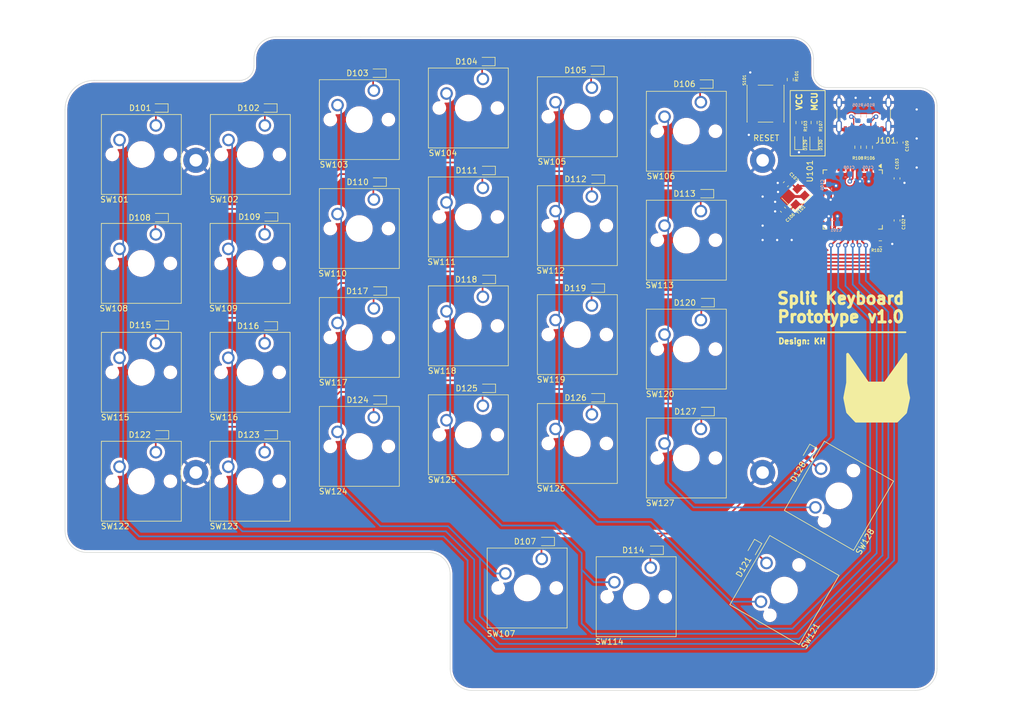
<source format=kicad_pcb>
(kicad_pcb (version 20240108) (generator "pcbnew") (generator_version "8.0")
  (layers (0 "F.Cu" signal) (31 "B.Cu" signal) (34 "B.Paste" user) (35 "F.Paste" user) (36 "B.SilkS" user "B.Silkscreen") (37 "F.SilkS" user "F.Silkscreen") (38 "B.Mask" user) (39 "F.Mask" user) (44 "Edge.Cuts" user))
  (net 0 "")
  (net 1 "GND")
  (net 2 "Net-(U101-XTAL1)")
  (net 3 "Net-(U101-XTAL2)")
  (net 4 "Net-(U101-UCAP)")
  (net 5 "VCC")
  (net 6 "row_0")
  (net 7 "Net-(D101-A)")
  (net 8 "Net-(D102-A)")
  (net 9 "Net-(D103-A)")
  (net 10 "Net-(D104-A)")
  (net 11 "Net-(D105-A)")
  (net 12 "Net-(D106-A)")
  (net 13 "Net-(D107-A)")
  (net 14 "Net-(D108-A)")
  (net 15 "Net-(D109-A)")
  (net 16 "MCU_STATUS")
  (net 17 "row_1")
  (net 18 "Net-(D111-A)")
  (net 19 "Net-(D112-A)")
  (net 20 "Net-(D113-A)")
  (net 21 "Net-(D114-A)")
  (net 22 "Net-(D115-A)")
  (net 23 "Net-(D116-A)")
  (net 24 "Net-(D117-A)")
  (net 25 "row_2")
  (net 26 "Net-(D121-A)")
  (net 27 "Net-(D122-A)")
  (net 28 "Net-(D123-A)")
  (net 29 "Net-(D124-A)")
  (net 30 "Net-(D125-A)")
  (net 31 "Net-(D126-A)")
  (net 32 "Net-(D127-A)")
  (net 33 "row_3")
  (net 34 "Net-(J101-CC2)")
  (net 35 "Net-(J101-D+-PadA6)")
  (net 38 "Net-(J101-D--PadA7)")
  (net 39 "Net-(J101-CC1)")
  (net 40 "Net-(U101-~{RESET})")
  (net 41 "USB_D-")
  (net 42 "USB_D+")
  (net 43 "Net-(U101-~{HWB}{slash}PE2)")
  (net 44 "col_0")
  (net 45 "col_1")
  (net 46 "col_2")
  (net 47 "col_3")
  (net 48 "col_4")
  (net 49 "col_5")
  (net 59 "Net-(D110-A)")
  (net 60 "Net-(D118-A)")
  (net 61 "Net-(D119-A)")
  (net 62 "Net-(D120-A)")
  (net 63 "Net-(D128-A)")
  (net 64 "Net-(D129-A)")
  (net 65 "Net-(D130-A)")
  (net 70 "row_4")
  (footprint "Diode_SMD:D_0603_1608Metric" (layer "F.Cu") (at 99.1615 85.598 180)
    (property "Reference" "D118")
    (property "Value" "D")
  )
  (footprint "MountingHole:MountingHole_2.2mm_M2_Pad_TopBottom" (layer "F.Cu") (at 48.26 64.77)
    (property "Reference" "H105" (hide yes))
    (property "Value" "MountingHole_Pad")
  )
  (footprint "MountingHole:MountingHole_2.2mm_M2_Pad_TopBottom" (layer "F.Cu") (at 147.32 119.38)
    (property "Reference" "H108" (hide yes))
    (property "Value" "MountingHole_Pad")
  )
  (footprint "Button_Switch_Keyboard:SW_Cherry_MX_1.00u_PCB" (layer "F.Cu") (at 136.525 73.66)
    (property "Reference" "SW113")
    (property "Value" "T")
  )
  (footprint "Diode_SMD:D_0603_1608Metric" (layer "F.Cu") (at 118.2115 106.299 180)
    (property "Reference" "D126")
    (property "Value" "D")
  )
  (footprint "Resistor_SMD:R_0603_1608Metric" (layer "F.Cu") (at 167.894 79.375)
    (property "Reference" "R102")
    (property "Value" "10k")
  )
  (footprint "Button_Switch_Keyboard:SW_Cherry_MX_1.00u_PCB" (layer "F.Cu") (at 136.525 54.61)
    (property "Reference" "SW106")
    (property "Value" "5")
  )
  (footprint "Diode_SMD:D_0603_1608Metric" (layer "F.Cu") (at 41.9715 74.803 180)
    (property "Reference" "D108")
    (property "Value" "D")
  )
  (footprint "Button_Switch_Keyboard:SW_Cherry_MX_1.00u_PCB" (layer "F.Cu") (at 117.475 52.07)
    (property "Reference" "SW105")
    (property "Value" "4")
  )
  (footprint "Diode_SMD:D_0603_1608Metric" (layer "F.Cu") (at 42.037 112.776 180)
    (property "Reference" "D122")
    (property "Value" "D")
  )
  (footprint "Diode_SMD:D_0603_1608Metric" (layer "F.Cu") (at 137.3885 89.662 180)
    (property "Reference" "D120")
    (property "Value" "D")
  )
  (footprint "Diode_SMD:D_0603_1608Metric" (layer "F.Cu") (at 118.1315 49.022 180)
    (property "Reference" "D105")
    (property "Value" "D")
  )
  (footprint "Diode_SMD:D_0603_1608Metric" (layer "F.Cu") (at 99.1615 104.648 180)
    (property "Reference" "D125")
    (property "Value" "D")
  )
  (footprint "Button_Switch_Keyboard:SW_Cherry_MX_1.00u_PCB" (layer "F.Cu") (at 117.475 71.12)
    (property "Reference" "SW112")
    (property "Value" "R")
  )
  (footprint "Diode_SMD:D_0603_1608Metric" (layer "F.Cu") (at 137.287 70.612 180)
    (property "Reference" "D113")
    (property "Value" "D")
  )
  (footprint "Diode_SMD:D_0603_1608Metric" (layer "F.Cu") (at 80.1115 87.63 180)
    (property "Reference" "D117")
    (property "Value" "D")
  )
  (footprint "Button_Switch_Keyboard:SW_Cherry_MX_1.00u_PCB" (layer "F.Cu") (at 98.425 50.546)
    (property "Reference" "SW104")
    (property "Value" "3")
  )
  (footprint "Button_Switch_Keyboard:SW_Cherry_MX_1.00u_PCB" (layer "F.Cu") (at 60.29 96.774)
    (property "Reference" "SW116")
    (property "Value" "A")
  )
  (footprint "Button_Switch_Keyboard:SW_Cherry_MX_1.00u_PCB" (layer "F.Cu") (at 148.00059 135.20208 60)
    (property "Reference" "SW121")
    (property "Value" "SPACE")
  )
  (footprint "Diode_SMD:D_0603_1608Metric" (layer "F.Cu") (at 80.0315 49.53 180)
    (property "Reference" "D103")
    (property "Value" "D")
  )
  (footprint "Button_Switch_Keyboard:SW_Cherry_MX_1.00u_PCB" (layer "F.Cu") (at 136.525 92.71)
    (property "Reference" "SW120")
    (property "Value" "G")
  )
  (footprint "Button_Switch_Keyboard:SW_Cherry_MX_1.00u_PCB" (layer "F.Cu") (at 60.325 58.674)
    (property "Reference" "SW102")
    (property "Value" "1")
  )
  (footprint "Crystal:Crystal_SMD_Abracon_ABM8G-4Pin_3.2x2.5mm" (layer "F.Cu") (at 153.248992 71.12 45)
    (property "Reference" "Y101")
    (property "Value" "16 MHz")
  )
  (footprint "Connector_USB:USB_C_Receptacle_GCT_USB4105-xx-A_16P_TopMnt_Horizontal" (layer "F.Cu") (at 164.985 55.7276 180)
    (property "Reference" "J101")
    (property "Value" "USB_C_2.0")
  )
  (footprint "Diode_SMD:D_0603_1608Metric" (layer "F.Cu") (at 61.1085 74.676 180)
    (property "Reference" "D109")
    (property "Value" "D")
  )
  (footprint "Button_Switch_Keyboard:SW_Cherry_MX_1.00u_PCB" (layer "F.Cu") (at 127.762 136.017)
    (property "Reference" "SW114")
    (property "Value" "FN")
  )
  (footprint "Diode_SMD:D_0603_1608Metric" (layer "F.Cu") (at 99.0815 47.498 180)
    (property "Reference" "D104")
    (property "Value" "D")
  )
  (footprint "MountingHole:MountingHole_2.2mm_M2_Pad_TopBottom" (layer "F.Cu") (at 48.26 119.38)
    (property "Reference" "H107" (hide yes))
    (property "Value" "MountingHole_Pad")
  )
  (footprint "MountingHole:MountingHole_2.2mm_M2_Pad_TopBottom" (layer "F.Cu") (at 147.32 64.77)
    (property "Reference" "H106" (hide yes))
    (property "Value" "MountingHole_Pad")
  )
  (footprint "Diode_SMD:D_0603_1608Metric" (layer "F.Cu") (at 118.237 68.072 180)
    (property "Reference" "D112")
    (property "Value" "D")
  )
  (footprint "Button_Switch_Keyboard:SW_Cherry_MX_1.00u_PCB" (layer "F.Cu") (at 41.275 115.824)
    (property "Reference" "SW122")
    (property "Value" "SHIFT")
  )
  (footprint "Button_Switch_Keyboard:SW_Cherry_MX_1.00u_PCB" (layer "F.Cu") (at 41.275 58.674)
    (property "Reference" "SW101")
    (property "Value" "ESC")
  )
  (footprint "Diode_SMD:D_0603_1608Metric" (layer "F.Cu") (at 118.2115 87.122 180)
    (property "Reference" "D119")
    (property "Value" "D")
  )
  (footprint "Button_Switch_Keyboard:SW_Cherry_MX_1.00u_PCB" (layer "F.Cu") (at 79.375 90.678)
    (property "Reference" "SW117")
    (property "Value" "S")
  )
  (footprint "Button_Switch_Keyboard:SW_Cherry_MX_1.00u_PCB" (layer "F.Cu") (at 79.375 71.628)
    (property "Reference" "SW110")
    (property "Value" "W")
  )
  (footprint "LED_SMD:LED_0603_1608Metric" (layer "F.Cu") (at 153.67 61.428 90)
    (property "Reference" "D129")
    (property "Value" "GREEN")
  )
  (footprint "Button_Switch_Keyboard:SW_Cherry_MX_1.00u_PCB" (layer "F.Cu") (at 60.29 115.824)
    (property "Reference" "SW123")
    (property "Value" "Z")
  )
  (footprint "Button_Switch_Keyboard:SW_Cherry_MX_1.00u_PCB" (layer "F.Cu") (at 79.375 52.578)
    (property "Reference" "SW103")
    (property "Value" "2")
  )
  (footprint "Capacitor_SMD:C_0603_1608Metric" (layer "F.Cu") (at 171.3484 61.6712 -90)
    (property "Reference" "C109")
    (property "Value" "0.1uF")
  )
  (footprint "Button_Switch_Keyboard:SW_Cherry_MX_1.00u_PCB" (layer "F.Cu") (at 136.525 111.76)
    (property "Reference" "SW127")
    (property "Value" "B")
  )
  (footprint "Diode_SMD:D_0603_1608Metric" (layer "F.Cu") (at 155.448 116.078 -120)
    (property "Reference" "D128")
    (property "Value" "D")
  )
  (footprint "Resistor_SMD:R_0603_1608Metric" (layer "F.Cu") (at 156.3195 58.166 -90)
    (property "Reference" "R107")
    (property "Value" "1k")
  )
  (footprint "Diode_SMD:D_0603_1608Metric" (layer "F.Cu") (at 137.1815 51.435 180)
    (property "Reference" "D106")
    (property "Value" "D")
  )
  (footprint "Button_Switch_Keyboard:SW_Cherry_MX_1.00u_PCB" (layer "F.Cu") (at 60.29 77.724)
    (property "Reference" "SW109")
    (property "Value" "Q")
  )
  (footprint "Button_Switch_Keyboard:SW_Cherry_MX_1.00u_PCB" (layer "F.Cu") (at 41.275 96.774)
    (property "Reference" "SW115")
    (property "Value" "CTRL")
  )
  (footprint "Capacitor_SMD:C_0603_1608Metric" (layer "F.Cu") (at 151.384 68.961 -135)
    (property "Reference" "C107")
    (property "Value" "22pF")
  )
  (footprint "Button_Switch_SMD:SW_Push_1P1T_NO_6x6mm_H9.5mm" (layer "F.Cu") (at 147.828 54.864 90)
    (property "Reference" "S101")
    (property "Value" "reset_sw")
  )
  (footprint "Diode_SMD:D_0603_1608Metric" (layer "F.Cu") (at 145.796 132.715 -120)
    (property "Reference" "D121")
    (property "Value" "D")
  )
  (footprint "Button_Switch_Keyboard:SW_Cherry_MX_1.00u_PCB" (layer "F.Cu") (at 108.712 134.493)
    (property "Reference" "SW107")
    (property "Value" "WIN")
  )
  (footprint "Diode_SMD:D_0603_1608Metric" (layer "F.Cu") (at 128.484 132.969 180)
    (property "Reference" "D114")
    (property "Value" "D")
  )
  (footprint "Diode_SMD:D_0603_1608Metric" (layer "F.Cu") (at 80.0715 68.58 180)
    (property "Reference" "D110")
    (property "Value" "D")
  )
  (footprint "Resistor_SMD:R_0603_1608Metric" (layer "F.Cu") (at 165.989 62.484 -90)
    (property "Reference" "R106")
    (property "Value" "22")
  )
  (footprint "Diode_SMD:D_0603_1608Metric" (layer "F.Cu") (at 60.9815 55.626 180)
    (property "Reference" "D102")
    (property "Value" "D")
  )
  (footprint "Diode_SMD:D_0603_1608Metric" (layer "F.Cu") (at 109.454 131.445 180)
    (property "Reference" "D107")
    (property "Value" "D")
  )
  (footprint "Diode_SMD:D_0603_1608Metric" (layer "F.Cu") (at 41.9315 55.626 180)
    (property "Reference" "D101")
    (property "Value" "D")
  )
  (footprint "Button_Switch_Keyboard:SW_Cherry_MX_1.00u_PCB" (layer "F.Cu") (at 98.425 107.696)
    (property "Reference" "SW125")
    (property "Value" "C")
  )
  (footprint "Diode_SMD:D_0603_1608Metric" (layer "F.Cu") (at 99.1215 66.548 180)
    (property "Reference" "D111")
    (property "Value" "D")
  )
  (footprint "Button_Switch_Keyboard:SW_Cherry_MX_1.00u_PCB" (layer "F.Cu") (at 98.425 88.646)
    (property "Reference" "SW118")
    (property "Value" "D")
  )
  (footprint "Diode_SMD:D_0603_1608Metric" (layer "F.Cu") (at 137.3885 108.712 180)
    (property "Reference" "D127")
    (property "Value" "D")
  )
  (footprint "Resistor_SMD:R_0603_1608Metric" (layer "F.Cu") (at 152.146 50.6476 90)
    (property "Reference" "R101")
    (property "Value" "10k")
  )
  (footprint "Package_QFP:TQFP-44_10x10mm_P0.8mm" (layer "F.Cu") (at 163.068 71.628 -90)
    (property "Reference" "U101")
    (property "Value" "ATmega32U4")
  )
  (footprint "Button_Switch_Keyboard:SW_Cherry_MX_1.00u_PCB" (layer "F.Cu") (at 79.375 109.728)
    (property "Reference" "SW124")
    (property "Value" "X")
  )
  (footprint "Button_Switch_Keyboard:SW_Cherry_MX_1.00u_PCB" (layer "F.Cu") (at 98.425 69.596)
    (property "Reference" "SW111")
    (property "Value" "E")
  )
  (footprint "Capacitor_SMD:C_0603_1608Metric" (layer "F.Cu") (at 170.815 67.945 -90)
    (property "Reference" "C103")
    (property "Value" "0.1uF")
  )
  (footprint "LED_SMD:LED_0603_1608Metric" (layer "F.Cu") (at 156.3195 61.468 90)
    (property "Reference" "D130")
    (property "Value" "GREEN")
  )
  (footprint "Button_Switch_Keyboard:SW_Cherry_MX_1.00u_PCB" (layer "F.Cu") (at 41.275 77.724)
    (property "Reference" "SW108")
    (property "Value" "TAB")
  )
  (footprint "Diode_SMD:D_0603_1608Metric" (layer "F.Cu") (at 80.1115 106.68 180)
    (property "Reference" "D124")
    (property "Value" "D")
  )
  (footprint "Button_Switch_Keyboard:SW_Cherry_MX_1.00u_PCB" (layer "F.Cu") (at 157.525591 118.704295 60)
    (property "Reference" "SW128")
    (property "Value" "ENTER")
  )
  (footprint "Capacitor_SMD:C_0603_1608Metric" (layer "F.Cu") (at 170.815 75.295 90)
    (property "Reference" "C102")
    (property "Value" "0.1uF")
  )
  (footprint "Resistor_SMD:R_0603_1608Metric" (layer "F.Cu") (at 153.67 58.166 -90)
    (property "Reference" "R103")
    (property "Value" "1k")
  )
  (footprint "Button_Switch_Keyboard:SW_Cherry_MX_1.00u_PCB" (layer "F.Cu") (at 117.475 90.17)
    (property "Reference" "SW119")
    (property "Value" "F")
  )
  (footprint "Diode_SMD:D_0603_1608Metric" (layer "F.Cu") (at 42.0115 93.599 180)
    (property "Reference" "D115")
    (property "Value" "D")
  )
  (footprint "Diode_SMD:D_0603_1608Metric" (layer "F.Cu") (at 61.0615 93.726 180)
    (property "Reference" "D116")
    (property "Value" "D")
  )
  (footprint "Diode_SMD:D_0603_1608Metric" (layer "F.Cu") (at 61.0615 112.776 180)
    (property "Reference" "D123")
    (property "Value" "D")
  )
  (footprint "Button_Switch_Keyboard:SW_Cherry_MX_1.00u_PCB" (layer "F.Cu") (at 117.475 109.22)
    (property "Reference" "SW126")
    (property "Value" "V")
  )
  (footprint "Capacitor_SMD:C_0603_1608Metric" (layer "F.Cu") (at 150.876 73.406 135)
    (property "Reference" "C106")
    (property "Value" "22pF")
  )
  (footprint "Resistor_SMD:R_0603_1608Metric" (layer "F.Cu") (at 163.957 62.484 -90)
    (property "Reference" "R108")
    (property "Value" "22")
  )
  (footprint "Resistor_SMD:R_0603_1608Metric" (layer "B.Cu") (at 165.989 57.023 90)
    (property "Reference" "R104")
    (property "Value" "5.1k")
  )
  (footprint "Capacitor_SMD:C_0603_1608Metric" (layer "B.Cu") (at 159.639 75.819 180)
    (property "Reference" "C101")
    (property "Value" "0.1uF")
  )
  (footprint "Capacitor_SMD:C_0603_1608Metric" (layer "B.Cu") (at 165.1 67.183 180)
    (property "Reference" "C105")
    (property "Value" "4.7uF")
  )
  (footprint "Capacitor_SMD:C_0603_1608Metric" (layer "B.Cu") (at 158.877 69.736 -90)
    (property "Reference" "C104")
    (property "Value" "0.1uF")
  )
  (footprint "Resistor_SMD:R_0603_1608Metric" (layer "B.Cu") (at 163.957 57.023 90)
    (property "Reference" "R105")
    (property "Value" "5.1k")
  )
  (footprint "Capacitor_SMD:C_0603_1608Metric" (layer "B.Cu") (at 161.798 67.183 180)
    (property "Reference" "C108")
    (property "Value" "1uF")
  )
  (gr_poly (pts (xy 165.6842 103.7336) (xy 162.179 98.7044) (xy 162.179 103.6828) (xy 161.671 106.3244) (xy 162.179 108.8136) (xy 163.6522 110.3884) (xy 170.7642 110.3884) (xy 172.2882 108.8644) (xy 172.847 106.3244) (xy 172.339 103.7844) (xy 172.339 98.7044) (xy 168.7322 103.7336)) (stroke (width 0.5)) (fill solid) (layer "F.SilkS"))
  (gr_rect (start 152.146 52.578) (end 158.242 64.008) (stroke (width 0.15)) (fill none) (layer "F.SilkS"))
  (gr_line (start 149.8092 94.8436) (end 172.2882 94.8436) (stroke (width 0.3)) (layer "F.SilkS"))
  (gr_line (start 177.8 153.67) (end 177.8 55.245) (stroke (width 0.1)) (layer "Edge.Cuts"))
  (gr_line (start 96.52 157.48) (end 173.99 157.48) (stroke (width 0.1)) (layer "Edge.Cuts"))
  (gr_arc (start 158.75 52.07) (mid 156.953949 51.326051) (end 156.21 49.53) (stroke (width 0.1)) (layer "Edge.Cuts"))
  (gr_arc (start 29.21 133.35) (mid 26.515923 132.234077) (end 25.4 129.54) (stroke (width 0.1)) (layer "Edge.Cuts"))
  (gr_line (start 62.23 43.18) (end 77.089 43.18) (stroke (width 0.1)) (layer "Edge.Cuts"))
  (gr_line (start 156.21 49.53) (end 156.21 46.99) (stroke (width 0.1)) (layer "Edge.Cuts"))
  (gr_arc (start 58.42 46.99) (mid 59.535923 44.295923) (end 62.23 43.18) (stroke (width 0.1)) (layer "Edge.Cuts"))
  (gr_arc (start 88.9 133.35) (mid 91.594077 134.465923) (end 92.71 137.16) (stroke (width 0.1)) (layer "Edge.Cuts"))
  (gr_line (start 92.71 137.16) (end 92.71 151.13) (stroke (width 0.1)) (layer "Edge.Cuts"))
  (gr_line (start 158.75 52.07) (end 174.625 52.07) (stroke (width 0.1)) (layer "Edge.Cuts"))
  (gr_line (start 77.089 43.18) (end 137.287 43.18) (stroke (width 0.1)) (layer "Edge.Cuts"))
  (gr_arc (start 58.42 48.26) (mid 57.676051 50.056051) (end 55.88 50.8) (stroke (width 0.1)) (layer "Edge.Cuts"))
  (gr_line (start 92.71 151.13) (end 92.71 153.67) (stroke (width 0.1)) (layer "Edge.Cuts"))
  (gr_arc (start 177.8 153.67) (mid 176.684077 156.364077) (end 173.99 157.48) (stroke (width 0.1)) (layer "Edge.Cuts"))
  (gr_arc (start 152.4 43.18) (mid 155.094077 44.295923) (end 156.21 46.99) (stroke (width 0.1)) (layer "Edge.Cuts"))
  (gr_arc (start 174.625 52.07) (mid 176.870064 52.999936) (end 177.8 55.245) (stroke (width 0.1)) (layer "Edge.Cuts"))
  (gr_line (start 29.21 133.35) (end 88.9 133.35) (stroke (width 0.1)) (layer "Edge.Cuts"))
  (gr_line (start 58.42 46.99) (end 58.42 48.26) (stroke (width 0.1)) (layer "Edge.Cuts"))
  (gr_line (start 25.4 55.88) (end 25.4 129.54) (stroke (width 0.1)) (layer "Edge.Cuts"))
  (gr_line (start 137.287 43.18) (end 152.4 43.18) (stroke (width 0.1)) (layer "Edge.Cuts"))
  (gr_line (start 55.88 50.8) (end 30.48 50.8) (stroke (width 0.1)) (layer "Edge.Cuts"))
  (gr_arc (start 96.52 157.48) (mid 93.825923 156.364077) (end 92.71 153.67) (stroke (width 0.1)) (layer "Edge.Cuts"))
  (gr_arc (start 25.4 55.88) (mid 26.887898 52.287898) (end 30.48 50.8) (stroke (width 0.1)) (layer "Edge.Cuts"))
  (gr_text "VCC" (at 154.305 56.134 90) (layer "F.SilkS") (effects (font (size 1 1) (thickness 0.3) (bold yes)) (justify left bottom)))
  (gr_text "Design: KH" (at 149.9362 97.0026 0) (layer "F.SilkS") (effects (font (size 1 1) (thickness 0.25) (bold yes)) (justify left bottom)))
  (gr_text "MCU" (at 156.972 56.261 90) (layer "F.SilkS") (effects (font (size 1 1) (thickness 0.3) (bold yes)) (justify left bottom)))
  (gr_text "Split Keyboard\nPrototype v1.0" (at 160.9852 93.3196 0) (layer "F.SilkS") (effects (font (size 2 2) (thickness 0.5) (bold yes)) (justify bottom)))
  (gr_text "RESET" (at 147.955 61.468 0) (layer "F.SilkS") (effects (font (size 1 1)) (justify bottom)))
  (segment (start 150.327992 72.857992) (end 150.327992 72.838919) (width 0.5) (layer "F.Cu") (net 1))
  (segment (start 154.460692 71.110381) (end 152.05653 71.110381) (width 0.5) (layer "F.Cu") (net 1))
  (segment (start 171.831 74.549) (end 170.844 74.549) (width 0.5) (layer "F.Cu") (net 1))
  (segment (start 168.73 59.4076) (end 169.305 58.8326) (width 0.5) (layer "F.Cu") (net 1))
  (segment (start 163.868 67.983) (end 164.338 68.453) (width 0.5) (layer "F.Cu") (net 1))
  (segment (start 150.835992 69.509008) (end 150.835992 70.262635) (width 0.5) (layer "F.Cu") (net 1))
  (segment (start 150.327992 72.838919) (end 151.870134 71.296777) (width 0.5) (layer "F.Cu") (net 1))
  (segment (start 163.868 65.928) (end 163.868 67.983) (width 0.5) (layer "F.Cu") (net 1))
  (segment (start 161.785 59.4076) (end 161.24 59.4076) (width 0.5) (layer "F.Cu") (net 1))
  (segment (start 144.907 59.51) (end 145.578 58.839) (width 0.5) (layer "F.Cu") (net 1))
  (segment (start 144.907 60.325) (end 144.907 59.51) (width 0.5) (layer "F.Cu") (net 1))
  (segment (start 168.185 59.4076) (end 168.73 59.4076) (width 0.5) (layer "F.Cu") (net 1))
  (segment (start 145.161 50.472) (end 145.578 50.889) (width 0.5) (layer "F.Cu") (net 1))
  (segment (start 159.068 77.328) (end 159.068 74.74) (width 0.5) (layer "F.Cu") (net 1))
  (segment (start 161.24 59.4076) (end 160.665 58.8326) (width 0.5) (layer "F.Cu") (net 1))
  (segment (start 169.9514 79.375) (end 169.9768 79.4004) (width 0.5) (layer "F.Cu") (net 1))
  (segment (start 168.768 74.828) (end 170.507 74.828) (width 0.5) (layer "F.Cu") (net 1))
  (segment (start 159.2072 71.6788) (end 159.2072 70.7422) (width 0.5) (layer "F.Cu") (net 1))
  (segment (start 170.507 74.828) (end 170.815 74.52) (width 0.5) (layer "F.Cu") (net 1))
  (segment (start 159.068 74.74) (end 158.877 74.549) (width 0.5) (layer "F.Cu") (net 1))
  (segment (start 152.05653 71.110381) (end 151.870134 71.296777) (width 0.5) (layer "F.Cu") (net 1))
  (segment (start 170.844 74.549) (end 170.815 74.52) (width 0.5) (layer "F.Cu") (net 1))
  (segment (start 150.835992 70.262635) (end 151.870134 71.296777) (width 0.5) (layer "F.Cu") (net 1))
  (segment (start 170.523 68.428) (end 170.815 68.72) (width 0.5) (layer "F.Cu") (net 1))
  (segment (start 168.768 68.428) (end 170.523 68.428) (width 0.5) (layer "F.Cu") (net 1))
  (segment (start 159.2072 70.7422) (end 158.493 70.028) (width 0.5) (layer "F.Cu") (net 1))
  (segment (start 154.62785 70.943223) (end 154.460692 71.110381) (width 0.5) (layer "F.Cu") (net 1))
  (segment (start 158.493 70.028) (end 157.368 70.028) (width 0.5) (layer "F.Cu") (net 1))
  (segment (start 153.67 63.373) (end 153.67 62.2155) (width 0.5) (layer "F.Cu") (net 1))
  (segment (start 172.1104 68.72) (end 170.815 68.72) (width 0.5) (layer "F.Cu") (net 1))
  (segment (start 168.719 79.375) (end 169.9514 79.375) (width 0.5) (layer "F.Cu") (net 1))
  (segment (start 145.161 49.403) (end 145.161 50.472) (width 0.5) (layer "F.Cu") (net 1))
  (via (at 149.5044 72.0344) (size 0.8) (drill 0.4) (layers "F.Cu" "B.Cu") (net 1))
  (via (at 169.9768 79.4004) (size 0.8) (drill 0.4) (layers "F.Cu" "B.Cu") (net 1))
  (via (at 159.2072 71.6788) (size 0.8) (drill 0.4) (layers "F.Cu" "B.Cu") (net 1))
  (via (at 166.116 53.848) (size 0.8) (drill 0.4) (layers "F.Cu" "B.Cu") (net 1))
  (via (at 152.4 78.7146) (size 0.8) (drill 0.4) (layers "F.Cu" "B.Cu") (net 1))
  (via (at 158.877 74.549) (size 0.8) (drill 0.4) (layers "F.Cu" "B.Cu") (net 1))
  (via (at 174.244 60.96) (size 0.8) (drill 0.4) (layers "F.Cu" "B.Cu") (net 1))
  (via (at 149.9616 68.7324) (size 0.8) (drill 0.4) (layers "F.Cu" "B.Cu") (net 1))
  (via (at 174.244 55.88) (size 0.8) (drill 0.4) (layers "F.Cu" "B.Cu") (net 1))
  (via (at 144.907 60.325) (size 0.8) (drill 0.4) (layers "F.Cu" "B.Cu") (net 1))
  (via (at 145.161 49.403) (size 0.8) (drill 0.4) (layers "F.Cu" "B.Cu") (net 1))
  (via (at 153.67 63.373) (size 0.8) (drill 0.4) (layers "F.Cu" "B.Cu") (net 1))
  (via (at 150.0124 70.3072) (size 0.8) (drill 0.4) (layers "F.Cu" "B.Cu") (net 1))
  (via (at 174.244 66.04) (size 0.8) (drill 0.4) (layers "F.Cu" "B.Cu") (net 1))
  (via (at 163.576 53.848) (size 0.8) (drill 0.4) (layers "F.Cu" "B.Cu") (net 1))
  (via (at 171.831 74.549) (size 0.8) (drill 0.4) (layers "F.Cu" "B.Cu") (net 1))
  (via (at 147.32 78.7146) (size 0.8) (drill 0.4) (layers "F.Cu" "B.Cu") (net 1))
  (via (at 164.338 68.453) (size 0.8) (drill 0.4) (layers "F.Cu" "B.Cu") (net 1))
  (via (at 147.32 71.12) (size 0.8) (drill 0.4) (layers "F.Cu" "B.Cu") (net 1))
  (via (at 149.86 78.7146) (size 0.8) (drill 0.4) (layers "F.Cu" "B.Cu") (net 1))
  (via (at 149.5044 73.7108) (size 0.8) (drill 0.4) (layers "F.Cu" "B.Cu") (net 1))
  (via (at 147.32 76.2) (size 0.8) (drill 0.4) (layers "F.Cu" "B.Cu") (net 1))
  (via (at 172.1104 68.72) (size 0.8) (drill 0.4) (layers "F.Cu" "B.Cu") (net 1))
  (segment (start 158.877 74.549) (end 158.877 75.806) (width 0.5) (layer "B.Cu") (net 1))
  (segment (start 158.877 75.806) (end 158.864 75.819) (width 0.5) (layer "B.Cu") (net 1))
  (segment (start 164.338 67.196) (end 164.325 67.183) (width 0.5) (layer "B.Cu") (net 1))
  (segment (start 158.877 71.3486) (end 158.877 70.511) (width 0.5) (layer "B.Cu") (net 1))
  (segment (start 164.338 68.453) (end 164.338 67.196) (width 0.5) (layer "B.Cu") (net 1))
  (segment (start 159.2072 71.6788) (end 158.877 71.3486) (width 0.5) (layer "B.Cu") (net 1))
  (segment (start 155.572142 72.498858) (end 156.443 71.628) (width 0.3) (layer "F.Cu") (net 2))
  (segment (start 153.072215 72.498858) (end 155.572142 72.498858) (width 0.3) (layer "F.Cu") (net 2))
  (segment (start 151.424008 73.954008) (end 151.617065 73.954008) (width 0.3) (layer "F.Cu") (net 2))
  (segment (start 156.443 71.628) (end 157.368 71.628) (width 0.3) (layer "F.Cu") (net 2))
  (segment (start 151.617065 73.954008) (end 153.072215 72.498858) (width 0.3) (layer "F.Cu") (net 2))
  (segment (start 153.920744 69.246167) (end 154.844167 69.246167) (width 0.3) (layer "F.Cu") (net 3))
  (segment (start 154.844167 69.246167) (end 156.426 70.828) (width 0.3) (layer "F.Cu") (net 3))
  (segment (start 153.260158 69.741142) (end 151.932008 68.412992) (width 0.3) (layer "F.Cu") (net 3))
  (segment (start 153.425769 69.741142) (end 153.920744 69.246167) (width 0.3) (layer "F.Cu") (net 3))
  (segment (start 156.426 70.828) (end 157.368 70.828) (width 0.3) (layer "F.Cu") (net 3))
  (segment (start 153.425769 69.741142) (end 153.260158 69.741142) (width 0.3) (layer "F.Cu") (net 3))
  (segment (start 163.068 65.928) (end 163.068 67.945) (width 0.3) (layer "F.Cu") (net 4))
  (segment (start 163.068 67.945) (end 162.56 68.453) (width 0.3) (layer "F.Cu") (net 4))
  (via (at 162.56 68.453) (size 0.8) (drill 0.4) (layers "F.Cu" "B.Cu") (net 4))
  (segment (start 162.56 68.453) (end 162.56 67.196) (width 0.3) (layer "B.Cu") (net 4))
  (segment (start 162.56 67.196) (end 162.573 67.183) (width 0.3) (layer "B.Cu") (net 4))
  (segment (start 159.868 75.082) (end 159.868 77.328) (width 0.5) (layer "F.Cu") (net 5))
  (segment (start 160.134 69.228) (end 160.147 69.215) (width 0.5) (layer "F.Cu") (net 5))
  (segment (start 168.768 75.628) (end 170.373 75.628) (width 0.5) (layer "F.Cu") (net 5))
  (segment (start 152.146 55.5752) (end 152.146 51.4726) (width 0.5) (layer "F.Cu") (net 5))
  (segment (start 168.768 67.628) (end 170.357 67.628) (width 0.5) (layer "F.Cu") (net 5))
  (segment (start 153.67 57.0992) (end 152.146 55.5752) (width 0.5) (layer "F.Cu") (net 5))
  (segment (start 157.5816 64.262) (end 157.5308 64.3128) (width 0.5) (layer "F.Cu") (net 5))
  (segment (start 157.368 69.228) (end 160.134 69.228) (width 0.5) (layer "F.Cu") (net 5))
  (segment (start 156.3195 57.341) (end 157.5816 58.6031) (width 0.5) (layer "F.Cu") (net 5))
  (segment (start 166.268 68.047) (end 166.268 65.928) (width 0.5) (layer "F.Cu") (net 5))
  (segment (start 170.373 75.628) (end 170.815 76.07) (width 0.5) (layer "F.Cu") (net 5))
  (segment (start 170.357 67.628) (end 170.815 67.17) (width 0.5) (layer "F.Cu") (net 5))
  (segment (start 160.401 74.549) (end 159.868 75.082) (width 0.5) (layer "F.Cu") (net 5))
  (segment (start 165.862 68.453) (end 166.268 68.047) (width 0.5) (layer "F.Cu") (net 5))
  (segment (start 153.67 57.341) (end 153.67 57.0992) (width 0.5) (layer "F.Cu") (net 5))
  (segment (start 153.67 57.341) (end 156.3195 57.341) (width 0.5) (layer "F.Cu") (net 5))
  (segment (start 157.5816 58.6031) (end 157.5816 64.262) (width 0.5) (layer "F.Cu") (net 5))
  (via (at 160.147 69.215) (size 0.8) (drill 0.4) (layers "F.Cu" "B.Cu") (net 5))
  (via (at 165.862 68.453) (size 0.8) (drill 0.4) (layers "F.Cu" "B.Cu") (net 5))
  (via (at 160.401 74.549) (size 0.8) (drill 0.4) (layers "F.Cu" "B.Cu") (net 5))
  (segment (start 165.862 67.196) (end 165.875 67.183) (width 0.5) (layer "B.Cu") (net 5))
  (segment (start 159.893 68.961) (end 160.147 69.215) (width 0.5) (layer "B.Cu") (net 5))
  (segment (start 158.877 68.961) (end 159.893 68.961) (width 0.5) (layer "B.Cu") (net 5))
  (segment (start 165.862 68.453) (end 165.862 67.196) (width 0.5) (layer "B.Cu") (net 5))
  (segment (start 160.401 74.549) (end 160.401 75.806) (width 0.5) (layer "B.Cu") (net 5))
  (segment (start 160.401 75.806) (end 160.414 75.819) (width 0.5) (layer "B.Cu") (net 5))
  (segment (start 139.7 50.165) (end 143.51 53.975) (width 0.3) (layer "F.Cu") (net 6))
  (segment (start 86.36 46.101) (end 100.457 46.101) (width 0.3) (layer "F.Cu") (net 6))
  (segment (start 67.31 54.229) (end 73.406 48.133) (width 0.3) (layer "F.Cu") (net 6))
  (segment (start 172.72 78.613) (end 172.72 74.168) (width 0.3) (layer "F.Cu") (net 6))
  (segment (start 80.819 49.53) (end 80.819 48.721) (width 0.3) (layer "F.Cu") (net 6))
  (segment (start 146.558 81.28) (end 170.053 81.28) (width 0.3) (layer "F.Cu") (net 6))
  (segment (start 61.769 55.626) (end 61.769 54.817) (width 0.3) (layer "F.Cu") (net 6))
  (segment (start 143.51 53.975) (end 143.51 78.232) (width 0.3) (layer "F.Cu") (net 6))
  (segment (start 42.719 54.69) (end 42.719 55.626) (width 0.3) (layer "F.Cu") (net 6))
  (segment (start 118.919 48.213) (end 119.507 47.625) (width 0.3) (layer "F.Cu") (net 6))
  (segment (start 170.053 81.28) (end 172.72 78.613) (width 0.3) (layer "F.Cu") (net 6))
  (segment (start 171.78 73.228) (end 168.768 73.228) (width 0.3) (layer "F.Cu") (net 6))
  (segment (start 143.51 78.232) (end 146.558 81.28) (width 0.3) (layer "F.Cu") (net 6))
  (segment (start 73.406 48.133) (end 81.407 48.133) (width 0.3) (layer "F.Cu") (net 6))
  (segment (start 103.886 46.101) (end 105.41 47.625) (width 0.3) (layer "F.Cu") (net 6))
  (segment (start 137.287 50.165) (end 139.7 50.165) (width 0.3) (layer "F.Cu") (net 6))
  (segment (start 43.18 54.229) (end 42.719 54.69) (width 0.3) (layer "F.Cu") (net 6))
  (segment (start 172.72 74.168) (end 171.78 73.228) (width 0.3) (layer "F.Cu") (net 6))
  (segment (start 124.46 50.165) (end 137.287 50.165) (width 0.3) (layer "F.Cu") (net 6))
  (segment (start 105.41 47.625) (end 119.507 47.625) (width 0.3) (layer "F.Cu") (net 6))
  (segment (start 81.407 48.133) (end 84.328 48.133) (width 0.3) (layer "F.Cu") (net 6))
  (segment (start 62.357 54.229) (end 43.18 54.229) (width 0.3) (layer "F.Cu") (net 6))
  (segment (start 100.457 46.101) (end 103.886 46.101) (width 0.3) (layer "F.Cu") (net 6))
  (segment (start 137.287 50.165) (end 137.969 50.847) (width 0.3) (layer "F.Cu") (net 6))
  (segment (start 121.92 47.625) (end 124.46 50.165) (width 0.3) (layer "F.Cu") (net 6))
  (segment (start 62.357 54.229) (end 67.31 54.229) (width 0.3) (layer "F.Cu") (net 6))
  (segment (start 80.819 48.721) (end 81.407 48.133) (width 0.3) (layer "F.Cu") (net 6))
  (segment (start 119.507 47.625) (end 121.92 47.625) (width 0.3) (layer "F.Cu") (net 6))
  (segment (start 137.969 50.847) (end 137.969 51.435) (width 0.3) (layer "F.Cu") (net 6))
  (segment (start 118.919 49.022) (end 118.919 48.213) (width 0.3) (layer "F.Cu") (net 6))
  (segment (start 61.769 54.817) (end 62.357 54.229) (width 0.3) (layer "F.Cu") (net 6))
  (segment (start 99.869 46.689) (end 100.457 46.101) (width 0.3) (layer "F.Cu") (net 6))
  (segment (start 84.328 48.133) (end 86.36 46.101) (width 0.3) (layer "F.Cu") (net 6))
  (segment (start 99.869 47.498) (end 99.869 46.689) (width 0.3) (layer "F.Cu") (net 6))
  (segment (start 41.275 58.674) (end 41.275 55.757) (width 0.3) (layer "F.Cu") (net 7))
  (segment (start 41.275 55.757) (end 41.144 55.626) (width 0.3) (layer "F.Cu") (net 7))
  (segment (start 60.325 58.674) (end 60.325 55.757) (width 0.3) (layer "F.Cu") (net 8))
  (segment (start 60.325 55.757) (end 60.194 55.626) (width 0.3) (layer "F.Cu") (net 8))
  (segment (start 79.244 52.447) (end 79.375 52.578) (width 0.3) (layer "F.Cu") (net 9))
  (segment (start 79.244 49.53) (end 79.244 52.447) (width 0.3) (layer "F.Cu") (net 9))
  (segment (start 98.294 50.415) (end 98.425 50.546) (width 0.3) (layer "F.Cu") (net 10))
  (segment (start 98.294 47.498) (end 98.294 50.415) (width 0.3) (layer "F.Cu") (net 10))
  (segment (start 117.344 51.939) (end 117.475 52.07) (width 0.3) (layer "F.Cu") (net 11))
  (segment (start 117.344 49.022) (end 117.344 51.939) (width 0.3) (layer "F.Cu") (net 11))
  (segment (start 136.394 54.479) (end 136.525 54.61) (width 0.3) (layer "F.Cu") (net 12))
  (segment (start 136.394 51.435) (end 136.394 54.479) (width 0.3) (layer "F.Cu") (net 12))
  (segment (start 108.6665 131.445) (end 108.6665 134.4475) (width 0.3) (layer "F.Cu") (net 13))
  (segment (start 108.6665 134.4475) (end 108.712 134.493) (width 0.3) (layer "F.Cu") (net 13))
  (segment (start 41.184 74.803) (end 41.184 77.633) (width 0.3) (layer "F.Cu") (net 14))
  (segment (start 41.184 77.633) (end 41.275 77.724) (width 0.3) (layer "F.Cu") (net 14))
  (segment (start 60.321 77.693) (end 60.29 77.724) (width 0.3) (layer "F.Cu") (net 15))
  (segment (start 60.321 74.676) (end 60.321 77.693) (width 0.3) (layer "F.Cu") (net 15))
  (segment (start 156.3116 62.2634) (end 156.3195 62.2555) (width 0.3) (layer "F.Cu") (net 16))
  (segment (start 157.368 67.628) (end 156.3116 66.5716) (width 0.3) (layer "F.Cu") (net 16))
  (segment (start 156.3116 66.5716) (end 156.3116 62.2634) (width 0.3) (layer "F.Cu") (net 16))
  (segment (start 61.896 73.867) (end 62.484 73.279) (width 0.3) (layer "F.Cu") (net 17))
  (segment (start 42.759 74.803) (end 42.759 73.954) (width 0.3) (layer "F.Cu") (net 17))
  (segment (start 142.875 78.486) (end 146.304 81.915) (width 0.3) (layer "F.Cu") (net 17))
  (segment (start 119.0245 68.072) (end 119.0245 67.2845) (width 0.3) (layer "F.Cu") (net 17))
  (segment (start 105.537 66.675) (end 119.634 66.675) (width 0.3) (layer "F.Cu") (net 17))
  (segment (start 61.896 74.676) (end 61.896 73.867) (width 0.3) (layer "F.Cu") (net 17))
  (segment (start 173.355 73.787) (end 171.996 72.428) (width 0.3) (layer "F.Cu") (net 17))
  (segment (start 81.407 67.183) (end 84.328 67.183) (width 0.3) (layer "F.Cu") (net 17))
  (segment (start 142.875 71.755) (end 142.875 78.486) (width 0.3) (layer "F.Cu") (net 17))
  (segment (start 73.406 67.183) (end 81.407 67.183) (width 0.3) (layer "F.Cu") (net 17))
  (segment (start 43.434 73.279) (end 62.484 73.279) (width 0.3) (layer "F.Cu") (net 17))
  (segment (start 100.457 65.151) (end 104.013 65.151) (width 0.3) (layer "F.Cu") (net 17))
  (segment (start 138.0745 69.6975) (end 138.557 69.215) (width 0.3) (layer "F.Cu") (net 17))
  (segment (start 146.304 81.915) (end 170.307 81.915) (width 0.3) (layer "F.Cu") (net 17))
  (segment (start 170.307 81.915) (end 173.355 78.867) (width 0.3) (layer "F.Cu") (net 17))
  (segment (start 119.0245 67.2845) (end 119.634 66.675) (width 0.3) (layer "F.Cu") (net 17))
  (segment (start 84.328 67.183) (end 86.36 65.151) (width 0.3) (layer "F.Cu") (net 17))
  (segment (start 67.31 73.279) (end 73.406 67.183) (width 0.3) (layer "F.Cu") (net 17))
  (segment (start 99.909 65.699) (end 100.457 65.151) (width 0.3) (layer "F.Cu") (net 17))
  (segment (start 99.909 66.548) (end 99.909 65.699) (width 0.3) (layer "F.Cu") (net 17))
  (segment (start 86.36 65.151) (end 100.457 65.151) (width 0.3) (layer "F.Cu") (net 17))
  (segment (start 42.759 73.954) (end 43.434 73.279) (width 0.3) (layer "F.Cu") (net 17))
  (segment (start 138.557 69.215) (end 140.335 69.215) (width 0.3) (layer "F.Cu") (net 17))
  (segment (start 104.013 65.151) (end 105.537 66.675) (width 0.3) (layer "F.Cu") (net 17))
  (segment (start 171.996 72.428) (end 168.768 72.428) (width 0.3) (layer "F.Cu") (net 17))
  (segment (start 62.484 73.279) (end 67.31 73.279) (width 0.3) (layer "F.Cu") (net 17))
  (segment (start 140.335 69.215) (end 142.875 71.755) (width 0.3) (layer "F.Cu") (net 17))
  (segment (start 124.46 69.215) (end 138.557 69.215) (width 0.3) (layer "F.Cu") (net 17))
  (segment (start 138.0745 70.612) (end 138.0745 69.6975) (width 0.3) (layer "F.Cu") (net 17))
  (segment (start 121.92 66.675) (end 124.46 69.215) (width 0.3) (layer "F.Cu") (net 17))
  (segment (start 80.859 68.58) (end 80.859 67.731) (width 0.3) (layer "F.Cu") (net 17))
  (segment (start 173.355 78.867) (end 173.355 73.787) (width 0.3) (layer "F.Cu") (net 17))
  (segment (start 119.634 66.675) (end 121.92 66.675) (width 0.3) (layer "F.Cu") (net 17))
  (segment (start 80.859 67.731) (end 81.407 67.183) (width 0.3) (layer "F.Cu") (net 17))
  (segment (start 98.334 66.548) (end 98.334 69.505) (width 0.3) (layer "F.Cu") (net 18))
  (segment (start 98.334 69.505) (end 98.425 69.596) (width 0.3) (layer "F.Cu") (net 18))
  (segment (start 117.4495 71.0945) (end 117.475 71.12) (width 0.3) (layer "F.Cu") (net 19))
  (segment (start 117.4495 68.072) (end 117.4495 71.0945) (width 0.3) (layer "F.Cu") (net 19))
  (segment (start 136.4995 73.6345) (end 136.525 73.66) (width 0.3) (layer "F.Cu") (net 20))
  (segment (start 136.4995 70.612) (end 136.4995 73.6345) (width 0.3) (layer "F.Cu") (net 20))
  (segment (start 127.762 135.89) (end 127.6965 135.8245) (width 0.3) (layer "F.Cu") (net 21))
  (segment (start 127.762 136.017) (end 127.762 135.89) (width 0.3) (layer "F.Cu") (net 21))
  (segment (start 127.6965 135.8245) (end 127.6965 132.969) (width 0.3) (layer "F.Cu") (net 21))
  (segment (start 41.224 93.599) (end 41.224 96.723) (width 0.3) (layer "F.Cu") (net 22))
  (segment (start 41.224 96.723) (end 41.275 96.774) (width 0.3) (layer "F.Cu") (net 22))
  (segment (start 60.274 93.726) (end 60.274 96.758) (width 0.3) (layer "F.Cu") (net 23))
  (segment (start 60.274 96.758) (end 60.29 96.774) (width 0.3) (layer "F.Cu") (net 23))
  (segment (start 79.324 87.63) (end 79.324 90.627) (width 0.3) (layer "F.Cu") (net 24))
  (segment (start 79.324 90.627) (end 79.375 90.678) (width 0.3) (layer "F.Cu") (net 24))
  (segment (start 99.949 85.598) (end 99.949 84.582) (width 0.3) (layer "F.Cu") (net 25))
  (segment (start 80.899 86.868) (end 81.534 86.233) (width 0.3) (layer "F.Cu") (net 25))
  (segment (start 173.99 79.121) (end 173.99 73.533) (width 0.3) (layer "F.Cu") (net 25))
  (segment (start 99.949 84.582) (end 100.33 84.201) (width 0.3) (layer "F.Cu") (net 25))
  (segment (start 42.799 92.837) (end 43.307 92.329) (width 0.3) (layer "F.Cu") (net 25))
  (segment (start 67.31 92.329) (end 73.406 86.233) (width 0.3) (layer "F.Cu") (net 25))
  (segment (start 80.899 87.63) (end 80.899 86.868) (width 0.3) (layer "F.Cu") (net 25))
  (segment (start 118.999 86.233) (end 119.507 85.725) (width 0.3) (layer "F.Cu") (net 25))
  (segment (start 119.507 85.725) (end 121.92 85.725) (width 0.3) (layer "F.Cu") (net 25))
  (segment (start 121.92 85.725) (end 124.46 88.265) (width 0.3) (layer "F.Cu") (net 25))
  (segment (start 103.886 84.201) (end 105.41 85.725) (width 0.3) (layer "F.Cu") (net 25))
  (segment (start 138.684 88.265) (end 140.589 88.265) (width 0.3) (layer "F.Cu") (net 25))
  (segment (start 105.41 85.725) (end 119.507 85.725) (width 0.3) (layer "F.Cu") (net 25))
  (segment (start 124.46 88.265) (end 137.414 88.265) (width 0.3) (layer "F.Cu") (net 25))
  (segment (start 172.085 71.628) (end 168.768 71.628) (width 0.3) (layer "F.Cu") (net 25))
  (segment (start 81.534 86.233) (end 84.328 86.233) (width 0.3) (layer "F.Cu") (net 25))
  (segment (start 62.357 92.329) (end 67.31 92.329) (width 0.3) (layer "F.Cu") (net 25))
  (segment (start 146.304 82.55) (end 170.561 82.55) (width 0.3) (layer "F.Cu") (net 25))
  (segment (start 170.561 82.55) (end 173.99 79.121) (width 0.3) (layer "F.Cu") (net 25))
  (segment (start 42.799 93.599) (end 42.799 92.837) (width 0.3) (layer "F.Cu") (net 25))
  (segment (start 84.328 86.233) (end 86.36 84.201) (width 0.3) (layer "F.Cu") (net 25))
  (segment (start 173.99 73.533) (end 172.085 71.628) (width 0.3) (layer "F.Cu") (net 25))
  (segment (start 118.999 87.122) (end 118.999 86.233) (width 0.3) (layer "F.Cu") (net 25))
  (segment (start 138.176 88.773) (end 138.684 88.265) (width 0.3) (layer "F.Cu") (net 25))
  (segment (start 137.414 88.265) (end 138.684 88.265) (width 0.3) (layer "F.Cu") (net 25))
  (segment (start 100.33 84.201) (end 103.886 84.201) (width 0.3) (layer "F.Cu") (net 25))
  (segment (start 43.307 92.329) (end 62.357 92.329) (width 0.3) (layer "F.Cu") (net 25))
  (segment (start 61.849 92.837) (end 62.357 92.329) (width 0.3) (layer "F.Cu") (net 25))
  (segment (start 138.176 89.662) (end 138.176 88.773) (width 0.3) (layer "F.Cu") (net 25))
  (segment (start 73.406 86.233) (end 81.534 86.233) (width 0.3) (layer "F.Cu") (net 25))
  (segment (start 61.849 93.726) (end 61.849 92.837) (width 0.3) (layer "F.Cu") (net 25))
  (segment (start 86.36 84.201) (end 100.33 84.201) (width 0.3) (layer "F.Cu") (net 25))
  (segment (start 140.589 88.265) (end 146.304 82.55) (width 0.3) (layer "F.Cu") (net 25))
  (segment (start 145.402249 133.396996) (end 146.195506 133.396996) (width 0.3) (layer "F.Cu") (net 26))
  (segment (start 146.195506 133.396996) (end 148.00059 135.20208) (width 0.3) (layer "F.Cu") (net 26))
  (segment (start 41.2495 115.7985) (end 41.275 115.824) (width 0.3) (layer "F.Cu") (net 27))
  (segment (start 41.2495 112.776) (end 41.2495 115.7985) (width 0.3) (layer "F.Cu") (net 27))
  (segment (start 60.274 112.776) (end 60.274 115.808) (width 0.3) (layer "F.Cu") (net 28))
  (segment (start 60.274 115.808) (end 60.29 115.824) (width 0.3) (layer "F.Cu") (net 28))
  (segment (start 79.324 109.677) (end 79.375 109.728) (width 0.3) (layer "F.Cu") (net 29))
  (segment (start 79.324 106.68) (end 79.324 109.677) (width 0.3) (layer "F.Cu") (net 29))
  (segment (start 98.374 107.645) (end 98.425 107.696) (width 0.3) (layer "F.Cu") (net 30))
  (segment (start 98.374 104.648) (end 98.374 107.645) (width 0.3) (layer "F.Cu") (net 30))
  (segment (start 117.424 109.169) (end 117.475 109.22) (width 0.3) (layer "F.Cu") (net 31))
  (segment (start 117.424 106.299) (end 117.424 109.169) (width 0.3) (layer "F.Cu") (net 31))
  (segment (start 136.601 108.712) (end 136.601 111.684) (width 0.3) (layer "F.Cu") (net 32))
  (segment (start 136.601 111.684) (end 136.525 111.76) (width 0.3) (layer "F.Cu") (net 32))
  (segment (start 118.999 105.41) (end 119.634 104.775) (width 0.3) (layer "F.Cu") (net 33))
  (segment (start 80.899 105.791) (end 81.407 105.283) (width 0.3) (layer "F.Cu") (net 33))
  (segment (start 99.949 103.886) (end 100.584 103.251) (width 0.3) (layer "F.Cu") (net 33))
  (segment (start 119.634 104.775) (end 121.92 104.775) (width 0.3) (layer "F.Cu") (net 33))
  (segment (start 80.899 106.68) (end 80.899 105.791) (width 0.3) (layer "F.Cu") (net 33))
  (segment (start 61.849 112.776) (end 61.849 111.887) (width 0.3) (layer "F.Cu") (net 33))
  (segment (start 121.92 104.775) (end 124.46 107.315) (width 0.3) (layer "F.Cu") (net 33))
  (segment (start 138.176 108.712) (end 138.176 108.204) (width 0.3) (layer "F.Cu") (net 33))
  (segment (start 146.558 83.185) (end 170.815 83.185) (width 0.3) (layer "F.Cu") (net 33))
  (segment (start 174.625 79.375) (end 174.625 73.279) (width 0.3) (layer "F.Cu") (net 33))
  (segment (start 174.625 73.279) (end 172.174 70.828) (width 0.3) (layer "F.Cu") (net 33))
  (segment (start 42.8245 111.9885) (end 43.434 111.379) (width 0.3) (layer "F.Cu") (net 33))
  (segment (start 43.434 111.379) (end 62.357 111.379) (width 0.3) (layer "F.Cu") (net 33))
  (segment (start 138.176 108.204) (end 137.287 107.315) (width 0.3) (layer "F.Cu") (net 33))
  (segment (start 42.8245 112.776) (end 42.8245 111.9885) (width 0.3) (layer "F.Cu") (net 33))
  (segment (start 61.849 111.887) (end 62.357 111.379) (width 0.3) (layer "F.Cu") (net 33))
  (segment (start 103.886 103.251) (end 105.41 104.775) (width 0.3) (layer "F.Cu") (net 33))
  (segment (start 142.494 87.249) (end 146.558 83.185) (width 0.3) (layer "F.Cu") (net 33))
  (segment (start 172.174 70.828) (end 168.768 70.828) (width 0.3) (layer "F.Cu") (net 33))
  (segment (start 62.357 111.379) (end 67.31 111.379) (width 0.3) (layer "F.Cu") (net 33))
  (segment (start 99.949 104.648) (end 99.949 103.886) (width 0.3) (layer "F.Cu") (net 33))
  (segment (start 170.815 83.185) (end 174.625 79.375) (width 0.3) (layer "F.Cu") (net 33))
  (segment (start 105.41 104.775) (end 119.634 104.775) (width 0.3) (layer "F.Cu") (net 33))
  (segment (start 67.31 111.379) (end 73.406 105.283) (width 0.3) (layer "F.Cu") (net 33))
  (segment (start 124.46 107.315) (end 137.287 107.315) (width 0.3) (layer "F.Cu") (net 33))
  (segment (start 100.584 103.251) (end 103.886 103.251) (width 0.3) (layer "F.Cu") (net 33))
  (segment (start 81.407 105.283) (end 84.328 105.283) (width 0.3) (layer "F.Cu") (net 33))
  (segment (start 84.328 105.283) (end 86.36 103.251) (width 0.3) (layer "F.Cu") (net 33))
  (segment (start 86.36 103.251) (end 100.584 103.251) (width 0.3) (layer "F.Cu") (net 33))
  (segment (start 137.287 107.315) (end 139.954 107.315) (width 0.3) (layer "F.Cu") (net 33))
  (segment (start 139.954 107.315) (end 142.494 104.775) (width 0.3) (layer "F.Cu") (net 33))
  (segment (start 118.999 106.299) (end 118.999 105.41) (width 0.3) (layer "F.Cu") (net 33))
  (segment (start 73.406 105.283) (end 81.407 105.283) (width 0.3) (layer "F.Cu") (net 33))
  (segment (start 142.494 104.775) (end 142.494 87.249) (width 0.3) (layer "F.Cu") (net 33))
  (segment (start 162.814 57.15) (end 163.235 57.571) (width 0.2) (layer "F.Cu") (net 34))
  (segment (start 163.235 57.571) (end 163.235 59.4076) (width 0.2) (layer "F.Cu") (net 34))
  (via (at 162.814 57.15) (size 0.8) (drill 0.4) (layers "F.Cu" "B.Cu") (net 34))
  (segment (start 162.814 57.15) (end 163.259 57.15) (width 0.2) (layer "B.Cu") (net 34))
  (segment (start 163.259 57.15) (end 163.957 57.848) (width 0.2) (layer "B.Cu") (net 34))
  (segment (start 164.235 59.4076) (end 164.235 61.381) (width 0.2) (layer "F.Cu") (net 35))
  (segment (start 165.06741 58.5326) (end 165.235 58.70019) (width 0.2) (layer "F.Cu") (net 35))
  (segment (start 164.235 59.4076) (end 164.235 58.80019) (width 0.2) (layer "F.Cu") (net 35))
  (segment (start 164.50259 58.5326) (end 165.06741 58.5326) (width 0.2) (layer "F.Cu") (net 35))
  (segment (start 165.235 58.70019) (end 165.235 59.4076) (width 0.2) (layer "F.Cu") (net 35))
  (segment (start 164.235 61.381) (end 163.957 61.659) (width 0.2) (layer "F.Cu") (net 35))
  (segment (start 164.235 58.80019) (end 164.50259 58.5326) (width 0.2) (layer "F.Cu") (net 35))
  (segment (start 165.04499 60.325) (end 165.42501 60.325) (width 0.2) (layer "F.Cu") (net 38))
  (segment (start 165.735 61.405) (end 165.989 61.659) (width 0.2) (layer "F.Cu") (net 38))
  (segment (start 165.42501 60.325) (end 165.735 60.01501) (width 0.2) (layer "F.Cu") (net 38))
  (segment (start 165.735 60.01501) (end 165.735 59.4076) (width 0.2) (layer "F.Cu") (net 38))
  (segment (start 165.735 59.4076) (end 165.735 61.405) (width 0.2) (layer "F.Cu") (net 38))
  (segment (start 164.735 60.01501) (end 165.04499 60.325) (width 0.2) (layer "F.Cu") (net 38))
  (segment (start 164.735 59.4076) (end 164.735 60.01501) (width 0.2) (layer "F.Cu") (net 38))
  (segment (start 166.235 58.047) (end 167.132 57.15) (width 0.2) (layer "F.Cu") (net 39))
  (segment (start 166.235 59.4076) (end 166.235 58.047) (width 0.2) (layer "F.Cu") (net 39))
  (via (at 167.132 57.15) (size 0.8) (drill 0.4) (layers "F.Cu" "B.Cu") (net 39))
  (segment (start 167.132 57.15) (end 166.687 57.15) (width 0.2) (layer "B.Cu") (net 39))
  (segment (start 166.687 57.15) (end 165.989 57.848) (width 0.2) (layer "B.Cu") (net 39))
  (segment (start 150.078 62.067) (end 150.078 58.839) (width 0.3) (layer "F.Cu") (net 40))
  (segment (start 157.368 68.428) (end 156.439 68.428) (width 0.3) (layer "F.Cu") (net 40))
  (segment (start 156.439 68.428) (end 150.078 62.067) (width 0.3) (layer "F.Cu") (net 40))
  (segment (start 151.0796 50.889) (end 152.146 49.8226) (width 0.3) (layer "F.Cu") (net 40))
  (segment (start 150.078 50.889) (end 151.0796 50.889) (width 0.3) (layer "F.Cu") (net 40))
  (segment (start 150.078 58.839) (end 150.078 50.889) (width 0.3) (layer "F.Cu") (net 40))
  (segment (start 165.468 64.148) (end 165.481 64.135) (width 0.2) (layer "F.Cu") (net 41))
  (segment (start 165.481 63.817) (end 165.989 63.309) (width 0.2) (layer "F.Cu") (net 41))
  (segment (start 165.468 65.928) (end 165.468 64.148) (width 0.2) (layer "F.Cu") (net 41))
  (segment (start 165.481 64.135) (end 165.481 63.817) (width 0.2) (layer "F.Cu") (net 41))
  (segment (start 163.957 63.309) (end 164.668 64.02) (width 0.2) (layer "F.Cu") (net 42))
  (segment (start 164.668 64.02) (end 164.668 65.928) (width 0.2) (layer "F.Cu") (net 42))
  (segment (start 167.068 79.374) (end 167.069 79.375) (width 0.3) (layer "F.Cu") (net 43))
  (segment (start 167.068 77.328) (end 167.068 79.374) (width 0.3) (layer "F.Cu") (net 43))
  (segment (start 164.668 78.943) (end 165.354 79.629) (width 0.3) (layer "F.Cu") (net 44))
  (segment (start 164.668 77.328) (end 164.668 78.943) (width 0.3) (layer "F.Cu") (net 44))
  (via (at 165.354 79.629) (size 0.8) (drill 0.4) (layers "F.Cu" "B.Cu") (net 44))
  (segment (start 154.813 150.241) (end 170.307 134.747) (width 0.3) (layer "B.Cu") (net 44))
  (segment (start 95.758 134.747) (end 95.758 145.288) (width 0.3) (layer "B.Cu") (net 44))
  (segment (start 100.711 150.241) (end 154.813 150.241) (width 0.3) (layer "B.Cu") (net 44))
  (segment (start 35.56 116.967) (end 35.56 117.729) (width 0.3) (layer "B.Cu") (net 44))
  (segment (start 35.56 116.967) (end 35.56 127.762) (width 0.3) (layer "B.Cu") (net 44))
  (segment (start 38.354 130.556) (end 91.567 130.556) (width 0.3) (layer "B.Cu") (net 44))
  (segment (start 35.56 117.729) (end 34.925 118.364) (width 0.3) (layer "B.Cu") (net 44))
  (segment (start 35.56 98.679) (end 35.56 116.967) (width 0.3) (layer "B.Cu") (net 44))
  (segment (start 35.56 79.629) (end 35.56 98.679) (width 0.3) (layer "B.Cu") (net 44))
  (segment (start 170.307 90.805) (end 165.354 85.852) (width 0.3) (layer "B.Cu") (net 44))
  (segment (start 170.307 134.747) (end 170.307 90.805) (width 0.3) (layer "B.Cu") (net 44))
  (segment (start 34.925 80.264) (end 35.56 79.629) (width 0.3) (layer "B.Cu") (net 44))
  (segment (start 35.56 127.762) (end 38.354 130.556) (width 0.3) (layer "B.Cu") (net 44))
  (segment (start 35.56 66.294) (end 35.56 79.629) (width 0.3) (layer "B.Cu") (net 44))
  (segment (start 34.925 61.214) (end 35.56 61.849) (width 0.3) (layer "B.Cu") (net 44))
  (segment (start 35.56 61.849) (end 35.56 66.294) (width 0.3) (layer "B.Cu") (net 44))
  (segment (start 34.925 99.314) (end 35.56 98.679) (width 0.3) (layer "B.Cu") (net 44))
  (segment (start 95.758 145.288) (end 100.711 150.241) (width 0.3) (layer "B.Cu") (net 44))
  (segment (start 165.354 85.852) (end 165.354 79.629) (width 0.3) (layer "B.Cu") (net 44))
  (segment (start 91.567 130.556) (end 95.758 134.747) (width 0.3) (layer "B.Cu") (net 44))
  (segment (start 163.868 77.328) (end 163.868 79.286) (width 0.3) (layer "F.Cu") (net 45))
  (segment (start 163.868 79.286) (end 164.211 79.629) (width 0.3) (layer "F.Cu") (net 45))
  (via (at 164.211 79.629) (size 0.8) (drill 0.4) (layers "F.Cu" "B.Cu") (net 45))
  (segment (start 54.61 98.679) (end 54.61 116.586) (width 0.3) (layer "B.Cu") (net 45))
  (segment (start 54.61 61.849) (end 54.61 79.629) (width 0.3) (layer "B.Cu") (net 45))
  (segment (start 169.291 91.313) (end 164.211 86.233) (width 0.3) (layer "B.Cu") (net 45))
  (segment (start 154.178 149.352) (end 169.291 134.239) (width 0.3) (layer "B.Cu") (net 45))
  (segment (start 54.61 117.694) (end 53.94 118.364) (width 0.3) (layer "B.Cu") (net 45))
  (segment (start 54.61 116.586) (end 54.61 127.889) (width 0.3) (layer "B.Cu") (net 45))
  (segment (start 54.61 79.629) (end 54.61 98.679) (width 0.3) (layer "B.Cu") (net 45))
  (segment (start 53.94 99.314) (end 53.975 99.314) (width 0.3) (layer "B.Cu") (net 45))
  (segment (start 101.346 149.352) (end 154.178 149.352) (width 0.3) (layer "B.Cu") (net 45))
  (segment (start 169.291 134.239) (end 169.291 91.313) (width 0.3) (layer "B.Cu") (net 45))
  (segment (start 54.61 127.889) (end 56.388 129.667) (width 0.3) (layer "B.Cu") (net 45))
  (segment (start 53.975 61.214) (end 54.61 61.849) (width 0.3) (layer "B.Cu") (net 45))
  (segment (start 53.94 80.264) (end 53.975 80.264) (width 0.3) (layer "B.Cu") (net 45))
  (segment (start 53.975 99.314) (end 54.61 98.679) (width 0.3) (layer "B.Cu") (net 45))
  (segment (start 56.388 129.667) (end 91.948 129.667) (width 0.3) (layer "B.Cu") (net 45))
  (segment (start 96.901 134.62) (end 96.901 144.907) (width 0.3) (layer "B.Cu") (net 45))
  (segment (start 53.975 80.264) (end 54.61 79.629) (width 0.3) (layer "B.Cu") (net 45))
  (segment (start 91.948 129.667) (end 96.901 134.62) (width 0.3) (layer "B.Cu") (net 45))
  (segment (start 164.211 86.233) (end 164.211 79.629) (width 0.3) (layer "B.Cu") (net 45))
  (segment (start 54.61 116.586) (end 54.61 117.694) (width 0.3) (layer "B.Cu") (net 45))
  (segment (start 96.901 144.907) (end 101.346 149.352) (width 0.3) (layer "B.Cu") (net 45))
  (segment (start 163.068 77.328) (end 163.068 79.629) (width 0.3) (layer "F.Cu") (net 46))
  (via (at 163.068 79.629) (size 0.8) (drill 0.4) (layers "F.Cu" "B.Cu") (net 46))
  (segment (start 168.275 133.858) (end 168.275 91.694) (width 0.3) (layer "B.Cu") (net 46))
  (segment (start 97.917 134.366) (end 97.917 144.526) (width 0.3) (layer "B.Cu") (net 46))
  (segment (start 168.275 91.694) (end 163.068 86.487) (width 0.3) (layer "B.Cu") (net 46))
  (segment (start 73.025 74.168) (end 73.66 73.533) (width 0.3) (layer "B.Cu") (net 46))
  (segment (start 101.854 148.463) (end 153.67 148.463) (width 0.3) (layer "B.Cu") (net 46))
  (segment (start 102.362 137.033) (end 100.584 137.033) (width 0.3) (layer "B.Cu") (net 46))
  (segment (start 80.518 128.778) (end 92.329 128.778) (width 0.3) (layer "B.Cu") (net 46))
  (segment (start 73.025 93.218) (end 73.66 92.583) (width 0.3) (layer "B.Cu") (net 46))
  (segment (start 163.068 86.487) (end 163.068 79.629) (width 0.3) (layer "B.Cu") (net 46))
  (segment (start 153.67 148.463) (end 168.275 133.858) (width 0.3) (layer "B.Cu") (net 46))
  (segment (start 73.66 55.753) (end 73.66 73.533) (width 0.3) (layer "B.Cu") (net 46))
  (segment (start 73.66 109.855) (end 73.66 111.633) (width 0.3) (layer "B.Cu") (net 46))
  (segment (start 73.66 109.855) (end 73.66 121.92) (width 0.3) (layer "B.Cu") (net 46))
  (segment (start 100.584 137.033) (end 97.917 134.366) (width 0.3) (layer "B.Cu") (net 46))
  (segment (start 73.025 55.118) (end 73.66 55.753) (width 0.3) (layer "B.Cu") (net 46))
  (segment (start 73.66 92.583) (end 73.66 109.855) (width 0.3) (layer "B.Cu") (net 46))
  (segment (start 73.66 111.633) (end 73.025 112.268) (width 0.3) (layer "B.Cu") (net 46))
  (segment (start 73.66 121.92) (end 80.518 128.778) (width 0.3) (layer "B.Cu") (net 46))
  (segment (start 73.66 73.533) (end 73.66 92.583) (width 0.3) (layer "B.Cu") (net 46))
  (segment (start 97.917 144.526) (end 101.854 148.463) (width 0.3) (layer "B.Cu") (net 46))
  (segment (start 92.329 128.778) (end 97.917 134.366) (width 0.3) (layer "B.Cu") (net 46))
  (segment (start 161.798 79.629) (end 162.268 79.159) (width 0.3) (layer "F.Cu") (net 47))
  (segment (start 162.268 79.159) (end 162.268 77.328) (width 0.3) (layer "F.Cu") (net 47))
  (via (at 161.798 79.629) (size 0.8) (drill 0.4) (layers "F.Cu" "B.Cu") (net 47))
  (segment (start 92.075 91.186) (end 92.71 90.551) (width 0.3) (layer "B.Cu") (net 47))
  (segment (start 92.71 109.601) (end 92.075 110.236) (width 0.3) (layer "B.Cu") (net 47))
  (segment (start 92.075 72.136) (end 92.71 71.501) (width 0.3) (layer "B.Cu") (net 47))
  (segment (start 115.697 145.796) (end 117.475 147.574) (width 0.3) (layer "B.Cu") (net 47))
  (segment (start 92.075 53.086) (end 92.71 53.721) (width 0.3) (layer "B.Cu") (net 47))
  (segment (start 167.259 133.477) (end 167.259 92.202) (width 0.3) (layer "B.Cu") (net 47))
  (segment (start 92.71 119.634) (end 101.727 128.651) (width 0.3) (layer "B.Cu") (net 47))
  (segment (start 92.71 90.551) (end 92.71 108.204) (width 0.3) (layer "B.Cu") (net 47))
  (segment (start 115.697 133.477) (end 115.697 136.398) (width 0.3) (layer "B.Cu") (net 47))
  (segment (start 121.412 138.557) (end 117.856 138.557) (width 0.3) (layer "B.Cu") (net 47))
  (segment (start 92.71 71.501) (end 92.71 90.551) (width 0.3) (layer "B.Cu") (net 47))
  (segment (start 92.71 108.204) (end 92.71 109.601) (width 0.3) (layer "B.Cu") (net 47))
  (segment (start 92.71 53.721) (end 92.71 71.501) (width 0.3) (layer "B.Cu") (net 47))
  (segment (start 115.697 136.398) (end 115.697 145.796) (width 0.3) (layer "B.Cu") (net 47))
  (segment (start 92.71 108.204) (end 92.71 119.634) (width 0.3) (layer "B.Cu") (net 47))
  (segment (start 153.162 147.574) (end 167.259 133.477) (width 0.3) (layer "B.Cu") (net 47))
  (segment (start 117.856 138.557) (end 115.697 136.398) (width 0.3) (layer "B.Cu") (net 47))
  (segment (start 117.475 147.574) (end 153.162 147.574) (width 0.3) (layer "B.Cu") (net 47))
  (segment (start 101.727 128.651) (end 110.871 128.651) (width 0.3) (layer "B.Cu") (net 47))
  (segment (start 167.259 92.202) (end 161.798 86.741) (width 0.3) (layer "B.Cu") (net 47))
  (segment (start 110.871 128.651) (end 115.697 133.477) (width 0.3) (layer "B.Cu") (net 47))
  (segment (start 161.798 86.741) (end 161.798 79.629) (width 0.3) (layer "B.Cu") (net 47))
  (segment (start 161.468 78.689) (end 161.468 77.328) (width 0.3) (layer "F.Cu") (net 48))
  (segment (start 160.528 79.629) (end 161.468 78.689) (width 0.3) (layer "F.Cu") (net 48))
  (via (at 160.528 79.629) (size 0.8) (drill 0.4) (layers "F.Cu" "B.Cu") (net 48))
  (segment (start 118.491 128.016) (end 127.762 128.016) (width 0.3) (layer "B.Cu") (net 48))
  (segment (start 111.125 73.66) (end 111.76 73.025) (width 0.3) (layer "B.Cu") (net 48))
  (segment (start 152.527 146.685) (end 166.116 133.096) (width 0.3) (layer "B.Cu") (net 48))
  (segment (start 111.125 92.71) (end 111.76 92.075) (width 0.3) (layer "B.Cu") (net 48))
  (segment (start 147.025295 141.971342) (end 141.746658 141.971342) (width 0.3) (layer "B.Cu") (net 48))
  (segment (start 111.76 55.245) (end 111.76 73.025) (width 0.3) (layer "B.Cu") (net 48))
  (segment (start 166.116 92.583) (end 160.528 86.995) (width 0.3) (layer "B.Cu") (net 48))
  (segment (start 111.76 73.025) (end 111.76 92.075) (width 0.3) (layer "B.Cu") (net 48))
  (segment (start 111.76 109.855) (end 111.76 121.285) (width 0.3) (layer "B.Cu") (net 48))
  (segment (start 111.76 111.125) (end 111.125 111.76) (width 0.3) (layer "B.Cu") (net 48))
  (segment (start 146.431 146.685) (end 152.527 146.685) (width 0.3) (layer "B.Cu") (net 48))
  (segment (start 111.125 54.61) (end 111.76 55.245) (width 0.3) (layer "B.Cu") (net 48))
  (segment (start 141.732 141.986) (end 146.431 146.685) (width 0.3) (layer "B.Cu") (net 48))
  (segment (start 141.746658 141.971342) (end 141.732 141.986) (width 0.3) (layer "B.Cu") (net 48))
  (segment (start 111.76 121.285) (end 118.491 128.016) (width 0.3) (layer "B.Cu") (net 48))
  (segment (start 160.528 86.995) (end 160.528 79.629) (width 0.3) (layer "B.Cu") (net 48))
  (segment (start 127.762 128.016) (end 141.732 141.986) (width 0.3) (layer "B.Cu") (net 48))
  (segment (start 111.76 109.855) (end 111.76 111.125) (width 0.3) (layer "B.Cu") (net 48))
  (segment (start 166.116 133.096) (end 166.116 92.583) (width 0.3) (layer "B.Cu") (net 48))
  (segment (start 111.76 92.075) (end 111.76 109.855) (width 0.3) (layer "B.Cu") (net 48))
  (segment (start 159.258 79.629) (end 160.668 78.219) (width 0.3) (layer "F.Cu") (net 49))
  (segment (start 160.668 78.219) (end 160.668 77.328) (width 0.3) (layer "F.Cu") (net 49))
  (via (at 159.258 79.629) (size 0.8) (drill 0.4) (layers "F.Cu" "B.Cu") (net 49))
  (segment (start 146.560443 125.473557) (end 156.550296 125.473557) (width 0.3) (layer "B.Cu") (net 49))
  (segment (start 130.81 57.785) (end 130.81 75.565) (width 0.3) (layer "B.Cu") (net 49))
  (segment (start 146.558 125.476) (end 146.560443 125.473557) (width 0.3) (layer "B.Cu") (net 49))
  (segment (start 130.175 57.15) (end 130.81 57.785) (width 0.3) (layer "B.Cu") (net 49))
  (segment (start 130.81 75.565) (end 130.81 94.615) (width 0.3) (layer "B.Cu") (net 49))
  (segment (start 130.81 121.031) (end 135.255 125.476) (width 0.3) (layer "B.Cu") (net 49))
  (segment (start 135.255 125.476) (end 146.558 125.476) (width 0.3) (layer "B.Cu") (net 49))
  (segment (start 130.81 112.395) (end 130.81 121.031) (width 0.3) (layer "B.Cu") (net 49))
  (segment (start 156.550296 125.473557) (end 156.547853 125.476) (width 0.3) (layer "B.Cu") (net 49))
  (segment (start 147.0152 125.4252) (end 159.258 113.1824) (width 0.3) (layer "B.Cu") (net 49))
  (segment (start 130.81 113.665) (end 130.175 114.3) (width 0.3) (layer "B.Cu") (net 49))
  (segment (start 130.81 112.395) (end 130.81 113.665) (width 0.3) (layer "B.Cu") (net 49))
  (segment (start 130.81 94.615) (end 130.81 112.395) (width 0.3) (layer "B.Cu") (net 49))
  (segment (start 130.175 76.2) (end 130.81 75.565) (width 0.3) (layer "B.Cu") (net 49))
  (segment (start 130.175 95.25) (end 130.81 94.615) (width 0.3) (layer "B.Cu") (net 49))
  (segment (start 159.258 113.1824) (end 159.258 79.629) (width 0.3) (layer "B.Cu") (net 49))
  (segment (start 79.284 71.537) (end 79.375 71.628) (width 0.3) (layer "F.Cu") (net 59))
  (segment (start 79.284 68.58) (end 79.284 71.537) (width 0.3) (layer "F.Cu") (net 59))
  (segment (start 98.374 88.595) (end 98.425 88.646) (width 0.3) (layer "F.Cu") (net 60))
  (segment (start 98.374 85.598) (end 98.374 88.595) (width 0.3) (layer "F.Cu") (net 60))
  (segment (start 117.424 90.119) (end 117.475 90.17) (width 0.3) (layer "F.Cu") (net 61))
  (segment (start 117.424 87.122) (end 117.424 90.119) (width 0.3) (layer "F.Cu") (net 61))
  (segment (start 136.601 89.662) (end 136.601 92.634) (width 0.3) (layer "F.Cu") (net 62))
  (segment (start 136.601 92.634) (end 136.525 92.71) (width 0.3) (layer "F.Cu") (net 62))
  (segment (start 156.998548 118.704295) (end 157.525591 118.704295) (width 0.3) (layer "F.Cu") (net 63))
  (segment (start 155.054249 116.759996) (end 156.998548 118.704295) (width 0.3) (layer "F.Cu") (net 63))
  (segment (start 153.67 58.991) (end 153.67 60.6405) (width 0.3) (layer "F.Cu") (net 64))
  (segment (start 156.3195 58.991) (end 156.3195 60.6805) (width 0.3) (layer "F.Cu") (net 65))
  (segment (start 110.2415 131.445) (end 110.2415 130.4235) (width 0.3) (layer "F.Cu") (net 70))
  (segment (start 143.51 116.84) (end 143.51 87.122) (width 0.3) (layer "F.Cu") (net 70))
  (segment (start 146.05 114.3) (end 154.745747 114.3) (width 0.3) (layer "F.Cu") (net 70))
  (segment (start 175.26 73.152) (end 172.136 70.028) (width 0.3) (layer "F.Cu") (net 70))
  (segment (start 130.048 130.048) (end 138.176 130.048) (width 0.3) (layer "F.Cu") (net 70))
  (segment (start 141.224 127.067253) (end 141.224 127) (width 0.3) (layer "F.Cu") (net 70))
  (segment (start 154.745747 114.3) (end 155.841751 115.396004) (width 0.3) (layer "F.Cu") (net 70))
  (segment (start 141.224 127) (end 143.51 124.714) (width 0.3) (layer "F.Cu") (net 70))
  (segment (start 110.617 130.048) (end 130.048 130.048) (width 0.3) (layer "F.Cu") (net 70))
  (segment (start 129.2715 132.969) (end 129.2715 130.8245) (width 0.3) (layer "F.Cu") (net 70))
  (segment (start 143.51 87.122) (end 146.812 83.82) (width 0.3) (layer "F.Cu") (net 70))
  (segment (start 143.51 124.714) (end 143.51 116.84) (width 0.3) (layer "F.Cu") (net 70))
  (segment (start 171.069 83.82) (end 175.26 79.629) (width 0.3) (layer "F.Cu") (net 70))
  (segment (start 146.812 83.82) (end 171.069 83.82) (width 0.3) (layer "F.Cu") (net 70))
  (segment (start 129.2715 130.8245) (end 130.048 130.048) (width 0.3) (layer "F.Cu") (net 70))
  (segment (start 146.189751 132.033004) (end 141.224 127.067253) (width 0.3) (layer "F.Cu") (net 70))
  (segment (start 110.2415 130.4235) (end 110.617 130.048) (width 0.3) (layer "F.Cu") (net 70))
  (segment (start 143.51 116.84) (end 146.05 114.3) (width 0.3) (layer "F.Cu") (net 70))
  (segment (start 175.26 79.629) (end 175.26 73.152) (width 0.3) (layer "F.Cu") (net 70))
  (segment (start 138.176 130.048) (end 141.224 127) (width 0.3) (layer "F.Cu") (net 70))
  (segment (start 172.136 70.028) (end 168.768 70.028) (width 0.3) (layer "F.Cu") (net 70))
  (zone (net 1) (net_name "GND") (layer "F.Cu") (priority 1) (connect_pads (clearance 0.3)) (min_thickness 0.25) (fill yes (thermal_gap 0.5) (thermal_bridge_width 0.5))
    (polygon (pts (xy 159.004 56.7436) (xy 159.004 52.0192) (xy 170.7388 52.0192) (xy 170.7388 56.7436) (xy 159.004 56.7436) (xy 159.6644 56.7436)))
  )
  (zone (net 5) (net_name "VCC") (layer "F.Cu") (priority 9) (connect_pads yes (clearance 0.3)) (min_thickness 0.25) (fill yes (thermal_gap 0.5) (thermal_bridge_width 0.5))
    (polygon (pts (xy 171.8056 61.6204) (xy 156.3116 61.6204) (xy 156.3624 65.1764) (xy 171.8056 65.1764)))
  )
  (zone (net 5) (net_name "VCC") (layer "F.Cu") (priority 10) (connect_pads yes (clearance 0.3)) (min_thickness 0.25) (fill yes (thermal_gap 0.5) (thermal_bridge_width 0.5))
    (polygon (pts (xy 168.5544 56.9976) (xy 168.5544 61.6204) (xy 161.4424 61.6204) (xy 161.4424 56.9976)))
  )
  (zone (net 5) (net_name "VCC") (layer "F.Cu") (priority 8) (connect_pads yes (clearance 0.3)) (min_thickness 0.25) (fill yes (thermal_gap 0.5) (thermal_bridge_width 0.5))
    (polygon (pts (xy 156.4132 78.2828) (xy 156.3624 64.77) (xy 171.8056 64.7192) (xy 171.8056 78.2828) (xy 156.4132 78.3336)))
  )
  (zone (net 1) (net_name "GND") (layer "F.Cu") (connect_pads (clearance 0.5)) (min_thickness 0.25) (fill yes (thermal_gap 0.5) (thermal_bridge_width 0.5))
    (polygon (pts (xy 25.3492 37.973) (xy 50.8762 38.1) (xy 63.4492 38.1) (xy 148.4122 38.1) (xy 165.0492 38.1) (xy 179.0192 38.1) (xy 179.0192 157.48) (xy 92.6592 157.48) (xy 92.6592 137.16) (xy 88.8492 133.35) (xy 25.3492 133.35)))
  )
  (zone (net 0) (net_name "") (layer "F.Cu") (connect_pads (clearance 0)) (min_thickness 0.25)
    (keepout (tracks allowed) (vias allowed) (pads allowed) (copperpour not_allowed) (footprints allowed))
    (fill (thermal_gap 0.5) (thermal_bridge_width 0.5))
    (polygon (pts (xy 165.6588 80.7212) (xy 169.7736 80.7212) (xy 171.6532 78.8416) (xy 171.6532 78.5876) (xy 165.6588 78.5876)))
  )
  (zone (net 0) (net_name "") (layer "F.Cu") (connect_pads yes (clearance 0)) (min_thickness 0.25)
    (keepout (tracks allowed) (vias allowed) (pads allowed) (copperpour not_allowed) (footprints allowed))
    (fill (thermal_gap 0.5) (thermal_bridge_width 0.5))
    (polygon (pts (xy 156.2608 57.0992) (xy 158.496 57.0992) (xy 158.496 64.1096) (xy 156.2608 64.1096)))
  )
  (zone (net 1) (net_name "GND") (layer "F.Cu") (priority 5) (connect_pads yes (clearance 0.3)) (min_thickness 0.25) (fill yes (thermal_gap 0.5) (thermal_bridge_width 0.5))
    (polygon (pts (xy 149.8854 67.8434) (xy 148.1836 69.5452) (xy 149.606 70.9676) (xy 147.7772 72.7964) (xy 149.6822 74.6506) (xy 153.2128 71.0692)))
  )
  (zone (net 0) (net_name "") (layer "F.Cu") (connect_pads (clearance 0)) (min_thickness 0.25)
    (keepout (tracks allowed) (vias allowed) (pads allowed) (copperpour not_allowed) (footprints allowed))
    (fill (thermal_gap 0.5) (thermal_bridge_width 0.5))
    (polygon (pts (xy 150.495 68.4276) (xy 153.0604 65.8622) (xy 156.0576 68.8848) (xy 156.0576 76.0476) (xy 150.2156 76.0476) (xy 150.2156 74.1172) (xy 153.2128 71.0692)))
  )
  (zone (net 0) (net_name "") (layer "F.Cu") (connect_pads yes (clearance 0)) (min_thickness 0.25)
    (keepout (tracks allowed) (vias allowed) (pads allowed) (copperpour not_allowed) (footprints allowed))
    (fill (thermal_gap 0.5) (thermal_bridge_width 0.5))
    (polygon (pts (xy 166.878 60.2488) (xy 166.878 64.008) (xy 165.8112 64.008) (xy 165.8112 66.7004) (xy 164.338 66.7004) (xy 164.338 64.9224) (xy 163.068 64.9224) (xy 163.068 60.2488)))
  )
  (zone (net 0) (net_name "") (layer "B.Cu") (connect_pads yes (clearance 0)) (min_thickness 0.25)
    (keepout (tracks allowed) (vias allowed) (pads allowed) (copperpour not_allowed) (footprints allowed))
    (fill (thermal_gap 0.5) (thermal_bridge_width 0.5))
    (polygon (pts (xy 153.5684 68.1736) (xy 156.21 70.8152) (xy 152.9588 74.0156) (xy 150.3172 71.374)))
  )
  (zone (net 1) (net_name "GND") (layer "B.Cu") (connect_pads (clearance 0.5)) (min_thickness 0.25) (fill yes (thermal_gap 0.5) (thermal_bridge_width 0.5))
    (polygon (pts (xy 25.4 37.973) (xy 50.927 38.1) (xy 63.5 38.1) (xy 148.463 38.1) (xy 165.1 38.1) (xy 179.07 38.1) (xy 179.07 157.48) (xy 92.71 157.48) (xy 92.71 137.16) (xy 88.9 133.35) (xy 25.4 133.35)))
  )
)
</source>
